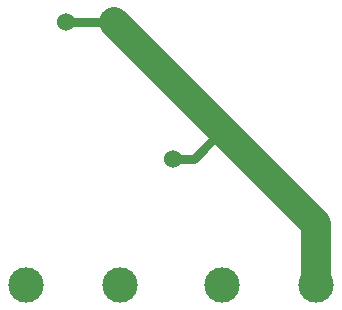
<source format=gbr>
%TF.GenerationSoftware,KiCad,Pcbnew,7.0.7*%
%TF.CreationDate,2023-08-27T13:56:46-07:00*%
%TF.ProjectId,DC-DC_converter,44432d44-435f-4636-9f6e-766572746572,rev?*%
%TF.SameCoordinates,Original*%
%TF.FileFunction,Copper,L2,Bot*%
%TF.FilePolarity,Positive*%
%FSLAX46Y46*%
G04 Gerber Fmt 4.6, Leading zero omitted, Abs format (unit mm)*
G04 Created by KiCad (PCBNEW 7.0.7) date 2023-08-27 13:56:46*
%MOMM*%
%LPD*%
G01*
G04 APERTURE LIST*
%TA.AperFunction,ComponentPad*%
%ADD10C,3.000000*%
%TD*%
%TA.AperFunction,ViaPad*%
%ADD11C,1.524000*%
%TD*%
%TA.AperFunction,Conductor*%
%ADD12C,0.762000*%
%TD*%
%TA.AperFunction,Conductor*%
%ADD13C,2.540000*%
%TD*%
G04 APERTURE END LIST*
D10*
%TO.P,Out,1,ground*%
%TO.N,GND*%
X70295000Y-92837000D03*
%TO.P,Out,2,power*%
%TO.N,/VOUT*%
X78295000Y-92837000D03*
%TD*%
%TO.P,In,1,ground*%
%TO.N,GND*%
X61722000Y-92837000D03*
%TO.P,In,2,power*%
%TO.N,/VIN*%
X53722000Y-92837000D03*
%TD*%
D11*
%TO.N,/VOUT*%
X66167000Y-82169000D03*
X57150000Y-70612000D03*
%TD*%
D12*
%TO.N,/VOUT*%
X67945000Y-82169000D02*
X70358000Y-79756000D01*
X66167000Y-82169000D02*
X67945000Y-82169000D01*
D13*
X70358000Y-79756000D02*
X78295000Y-87693000D01*
X61214000Y-70612000D02*
X70358000Y-79756000D01*
X78295000Y-87693000D02*
X78295000Y-92837000D01*
D12*
X57150000Y-70612000D02*
X61214000Y-70612000D01*
%TD*%
M02*

</source>
